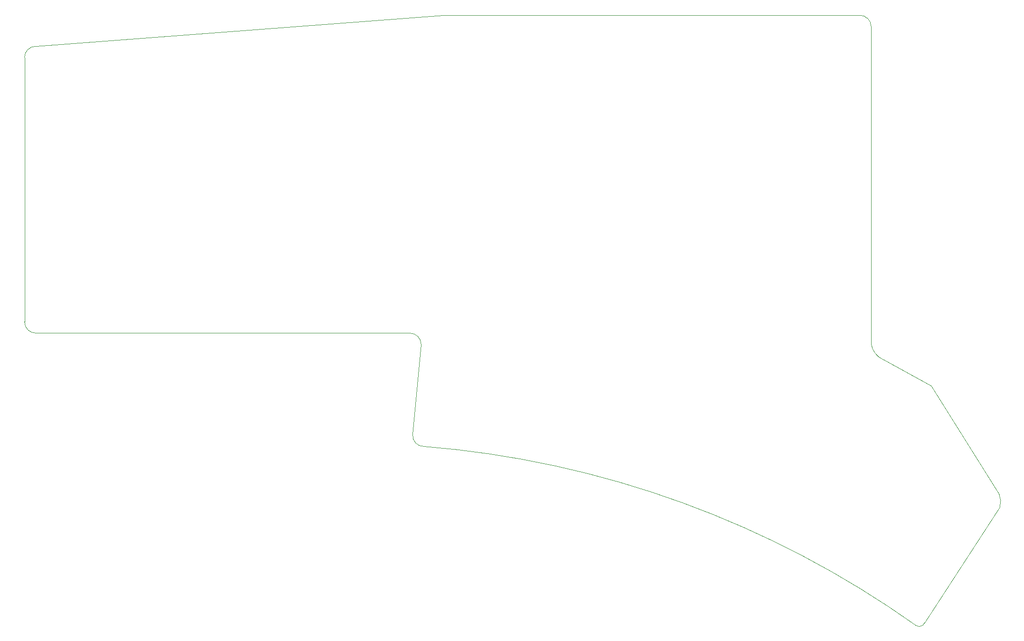
<source format=gbr>
%TF.GenerationSoftware,KiCad,Pcbnew,6.0.7*%
%TF.CreationDate,2022-09-15T23:21:12-04:00*%
%TF.ProjectId,flutter_v2_wren,666c7574-7465-4725-9f76-325f7772656e,v1.0.0*%
%TF.SameCoordinates,Original*%
%TF.FileFunction,Profile,NP*%
%FSLAX46Y46*%
G04 Gerber Fmt 4.6, Leading zero omitted, Abs format (unit mm)*
G04 Created by KiCad (PCBNEW 6.0.7) date 2022-09-15 23:21:12*
%MOMM*%
%LPD*%
G01*
G04 APERTURE LIST*
%TA.AperFunction,Profile*%
%ADD10C,0.050000*%
%TD*%
G04 APERTURE END LIST*
D10*
X163859194Y-39425784D02*
G75*
G03*
X163750567Y-37154819I-2727046J1007637D01*
G01*
X141001467Y-10375338D02*
G75*
G03*
X143154716Y-13233298I3699023J546792D01*
G01*
X59503916Y-26500392D02*
G75*
G03*
X61500000Y-28651070I1946695J-194877D01*
G01*
X61000000Y-10500000D02*
G75*
G03*
X59000000Y-8500000I-2000000J0D01*
G01*
X-7500000Y42500000D02*
G75*
G03*
X-9500000Y40500000I0J-2000000D01*
G01*
X-9500000Y-6500000D02*
G75*
G03*
X-7500000Y-8500000I2000000J0D01*
G01*
X141000000Y46000000D02*
G75*
G03*
X139000000Y48000000I-2000000J0D01*
G01*
X61000000Y-10500000D02*
X59500000Y-26500000D01*
X-7500000Y-8500000D02*
X59000000Y-8500000D01*
X-9500000Y40500000D02*
X-9500000Y-6500000D01*
X65000000Y48000000D02*
X-7500000Y42500000D01*
X141000000Y-10375555D02*
X141000000Y46000000D01*
X65000000Y48000000D02*
X139000000Y48000000D01*
X151696035Y-17851704D02*
X143154716Y-13233298D01*
X163750567Y-37154819D02*
X151696035Y-17851704D01*
X150500000Y-60000000D02*
X163857263Y-39425070D01*
X148999975Y-60500041D02*
G75*
G03*
X150500000Y-60000000I538525J884441D01*
G01*
X149000000Y-60500001D02*
G75*
G03*
X61500000Y-28651070I-101404083J-142471190D01*
G01*
M02*

</source>
